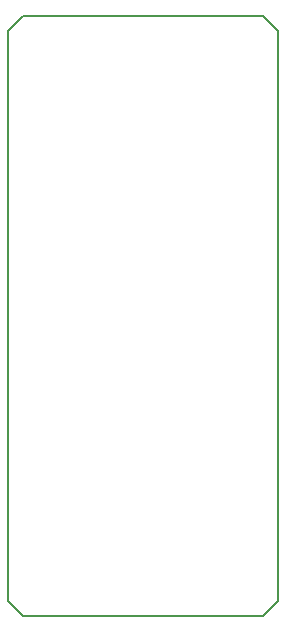
<source format=gm1>
G04 #@! TF.GenerationSoftware,KiCad,Pcbnew,5.0.2+dfsg1-1*
G04 #@! TF.CreationDate,2019-04-15T18:08:30-07:00*
G04 #@! TF.ProjectId,feather51,66656174-6865-4723-9531-2e6b69636164,A*
G04 #@! TF.SameCoordinates,Original*
G04 #@! TF.FileFunction,Profile,NP*
%FSLAX46Y46*%
G04 Gerber Fmt 4.6, Leading zero omitted, Abs format (unit mm)*
G04 Created by KiCad (PCBNEW 5.0.2+dfsg1-1) date Mon 15 Apr 2019 06:08:30 PM PDT*
%MOMM*%
%LPD*%
G01*
G04 APERTURE LIST*
%ADD10C,0.150000*%
G04 APERTURE END LIST*
D10*
X146050000Y-93980000D02*
X144780000Y-95250000D01*
X123190000Y-93980000D02*
X124460000Y-95250000D01*
X144780000Y-44450000D02*
X146050000Y-45720000D01*
X124460000Y-44450000D02*
X123190000Y-45720000D01*
X123190000Y-93980000D02*
X123190000Y-45720000D01*
X144780000Y-95250000D02*
X124460000Y-95250000D01*
X146050000Y-45720000D02*
X146050000Y-93980000D01*
X124460000Y-44450000D02*
X144780000Y-44450000D01*
M02*

</source>
